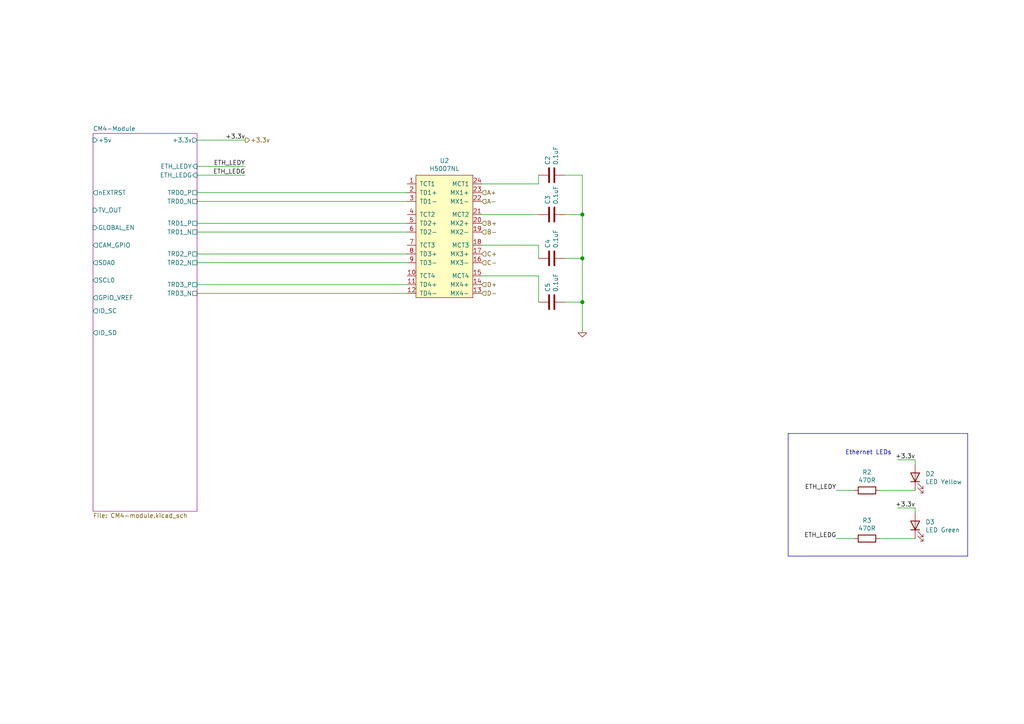
<source format=kicad_sch>
(kicad_sch (version 20201015) (generator eeschema)

  (page 0 11)

  (paper "A4")

  (lib_symbols
    (symbol "CM4CB:H5007NL" (pin_names (offset 1.016)) (in_bom yes) (on_board yes)
      (property "Reference" "U" (id 0) (at -1.27 19.05 0)
        (effects (font (size 1.27 1.27)))
      )
      (property "Value" "H5007NL" (id 1) (at 0 21.59 0)
        (effects (font (size 1.27 1.27)))
      )
      (property "Footprint" "" (id 2) (at 0 21.59 0)
        (effects (font (size 1.27 1.27)) hide)
      )
      (property "Datasheet" "https://datasheetspdf.com/pdf-file/808804/PULSE/H5007NL/1" (id 3) (at 0 21.59 0)
        (effects (font (size 1.27 1.27)) hide)
      )
      (property "ki_keywords" "Transformer Ethernet" (id 4) (at 0 0 0)
        (effects (font (size 1.27 1.27)) hide)
      )
      (symbol "H5007NL_0_1"
        (rectangle (start -7.62 17.78) (end 8.89 -17.78)
          (stroke (width 0)) (fill (type background))
        )
      )
      (symbol "H5007NL_1_1"
        (pin passive line (at -10.16 15.24 0) (length 2.54)
          (name "TCT1" (effects (font (size 1.27 1.27))))
          (number "1" (effects (font (size 1.27 1.27))))
        )
        (pin passive line (at -10.16 -11.43 0) (length 2.54)
          (name "TCT4" (effects (font (size 1.27 1.27))))
          (number "10" (effects (font (size 1.27 1.27))))
        )
        (pin passive line (at -10.16 -13.97 0) (length 2.54)
          (name "TD4+" (effects (font (size 1.27 1.27))))
          (number "11" (effects (font (size 1.27 1.27))))
        )
        (pin passive line (at -10.16 -16.51 0) (length 2.54)
          (name "TD4-" (effects (font (size 1.27 1.27))))
          (number "12" (effects (font (size 1.27 1.27))))
        )
        (pin passive line (at 11.43 -16.51 180) (length 2.54)
          (name "MX4-" (effects (font (size 1.27 1.27))))
          (number "13" (effects (font (size 1.27 1.27))))
        )
        (pin passive line (at 11.43 -13.97 180) (length 2.54)
          (name "MX4+" (effects (font (size 1.27 1.27))))
          (number "14" (effects (font (size 1.27 1.27))))
        )
        (pin passive line (at 11.43 -11.43 180) (length 2.54)
          (name "MCT4" (effects (font (size 1.27 1.27))))
          (number "15" (effects (font (size 1.27 1.27))))
        )
        (pin passive line (at 11.43 -7.62 180) (length 2.54)
          (name "MX3-" (effects (font (size 1.27 1.27))))
          (number "16" (effects (font (size 1.27 1.27))))
        )
        (pin passive line (at 11.43 -5.08 180) (length 2.54)
          (name "MX3+" (effects (font (size 1.27 1.27))))
          (number "17" (effects (font (size 1.27 1.27))))
        )
        (pin passive line (at 11.43 -2.54 180) (length 2.54)
          (name "MCT3" (effects (font (size 1.27 1.27))))
          (number "18" (effects (font (size 1.27 1.27))))
        )
        (pin passive line (at 11.43 1.27 180) (length 2.54)
          (name "MX2-" (effects (font (size 1.27 1.27))))
          (number "19" (effects (font (size 1.27 1.27))))
        )
        (pin passive line (at -10.16 12.7 0) (length 2.54)
          (name "TD1+" (effects (font (size 1.27 1.27))))
          (number "2" (effects (font (size 1.27 1.27))))
        )
        (pin passive line (at 11.43 3.81 180) (length 2.54)
          (name "MX2+" (effects (font (size 1.27 1.27))))
          (number "20" (effects (font (size 1.27 1.27))))
        )
        (pin passive line (at 11.43 6.35 180) (length 2.54)
          (name "MCT2" (effects (font (size 1.27 1.27))))
          (number "21" (effects (font (size 1.27 1.27))))
        )
        (pin passive line (at 11.43 10.16 180) (length 2.54)
          (name "MX1-" (effects (font (size 1.27 1.27))))
          (number "22" (effects (font (size 1.27 1.27))))
        )
        (pin passive line (at 11.43 12.7 180) (length 2.54)
          (name "MX1+" (effects (font (size 1.27 1.27))))
          (number "23" (effects (font (size 1.27 1.27))))
        )
        (pin passive line (at 11.43 15.24 180) (length 2.54)
          (name "MCT1" (effects (font (size 1.27 1.27))))
          (number "24" (effects (font (size 1.27 1.27))))
        )
        (pin passive line (at -10.16 10.16 0) (length 2.54)
          (name "TD1-" (effects (font (size 1.27 1.27))))
          (number "3" (effects (font (size 1.27 1.27))))
        )
        (pin passive line (at -10.16 6.35 0) (length 2.54)
          (name "TCT2" (effects (font (size 1.27 1.27))))
          (number "4" (effects (font (size 1.27 1.27))))
        )
        (pin passive line (at -10.16 3.81 0) (length 2.54)
          (name "TD2+" (effects (font (size 1.27 1.27))))
          (number "5" (effects (font (size 1.27 1.27))))
        )
        (pin passive line (at -10.16 1.27 0) (length 2.54)
          (name "TD2-" (effects (font (size 1.27 1.27))))
          (number "6" (effects (font (size 1.27 1.27))))
        )
        (pin passive line (at -10.16 -2.54 0) (length 2.54)
          (name "TCT3" (effects (font (size 1.27 1.27))))
          (number "7" (effects (font (size 1.27 1.27))))
        )
        (pin passive line (at -10.16 -5.08 0) (length 2.54)
          (name "TD3+" (effects (font (size 1.27 1.27))))
          (number "8" (effects (font (size 1.27 1.27))))
        )
        (pin passive line (at -10.16 -7.62 0) (length 2.54)
          (name "TD3-" (effects (font (size 1.27 1.27))))
          (number "9" (effects (font (size 1.27 1.27))))
        )
      )
    )
    (symbol "Device:C" (pin_numbers hide) (pin_names (offset 0.254)) (in_bom yes) (on_board yes)
      (property "Reference" "C" (id 0) (at 0.635 2.54 0)
        (effects (font (size 1.27 1.27)) (justify left))
      )
      (property "Value" "C" (id 1) (at 0.635 -2.54 0)
        (effects (font (size 1.27 1.27)) (justify left))
      )
      (property "Footprint" "" (id 2) (at 0.9652 -3.81 0)
        (effects (font (size 1.27 1.27)) hide)
      )
      (property "Datasheet" "~" (id 3) (at 0 0 0)
        (effects (font (size 1.27 1.27)) hide)
      )
      (property "ki_keywords" "cap capacitor" (id 4) (at 0 0 0)
        (effects (font (size 1.27 1.27)) hide)
      )
      (property "ki_description" "Unpolarized capacitor" (id 5) (at 0 0 0)
        (effects (font (size 1.27 1.27)) hide)
      )
      (property "ki_fp_filters" "C_*" (id 6) (at 0 0 0)
        (effects (font (size 1.27 1.27)) hide)
      )
      (symbol "C_0_1"
        (polyline
          (pts
            (xy -2.032 -0.762)
            (xy 2.032 -0.762)
          )
          (stroke (width 0.508)) (fill (type none))
        )
        (polyline
          (pts
            (xy -2.032 0.762)
            (xy 2.032 0.762)
          )
          (stroke (width 0.508)) (fill (type none))
        )
      )
      (symbol "C_1_1"
        (pin passive line (at 0 3.81 270) (length 2.794)
          (name "~" (effects (font (size 1.27 1.27))))
          (number "1" (effects (font (size 1.27 1.27))))
        )
        (pin passive line (at 0 -3.81 90) (length 2.794)
          (name "~" (effects (font (size 1.27 1.27))))
          (number "2" (effects (font (size 1.27 1.27))))
        )
      )
    )
    (symbol "Device:LED" (pin_numbers hide) (pin_names hide) (in_bom yes) (on_board yes)
      (property "Reference" "D" (id 0) (at 0 2.54 0)
        (effects (font (size 1.27 1.27)))
      )
      (property "Value" "LED" (id 1) (at 0 -2.54 0)
        (effects (font (size 1.27 1.27)))
      )
      (property "Footprint" "" (id 2) (at 0 0 0)
        (effects (font (size 1.27 1.27)) hide)
      )
      (property "Datasheet" "~" (id 3) (at 0 0 0)
        (effects (font (size 1.27 1.27)) hide)
      )
      (property "ki_keywords" "LED diode" (id 4) (at 0 0 0)
        (effects (font (size 1.27 1.27)) hide)
      )
      (property "ki_description" "Light emitting diode" (id 5) (at 0 0 0)
        (effects (font (size 1.27 1.27)) hide)
      )
      (property "ki_fp_filters" "LED* LED_SMD:* LED_THT:*" (id 6) (at 0 0 0)
        (effects (font (size 1.27 1.27)) hide)
      )
      (symbol "LED_0_1"
        (polyline
          (pts
            (xy -1.27 -1.27)
            (xy -1.27 1.27)
          )
          (stroke (width 0.254)) (fill (type none))
        )
        (polyline
          (pts
            (xy -1.27 0)
            (xy 1.27 0)
          )
          (stroke (width 0)) (fill (type none))
        )
        (polyline
          (pts
            (xy 1.27 -1.27)
            (xy 1.27 1.27)
            (xy -1.27 0)
            (xy 1.27 -1.27)
          )
          (stroke (width 0.254)) (fill (type none))
        )
        (polyline
          (pts
            (xy -3.048 -0.762)
            (xy -4.572 -2.286)
            (xy -3.81 -2.286)
            (xy -4.572 -2.286)
            (xy -4.572 -1.524)
          )
          (stroke (width 0)) (fill (type none))
        )
        (polyline
          (pts
            (xy -1.778 -0.762)
            (xy -3.302 -2.286)
            (xy -2.54 -2.286)
            (xy -3.302 -2.286)
            (xy -3.302 -1.524)
          )
          (stroke (width 0)) (fill (type none))
        )
      )
      (symbol "LED_1_1"
        (pin passive line (at -3.81 0 0) (length 2.54)
          (name "K" (effects (font (size 1.27 1.27))))
          (number "1" (effects (font (size 1.27 1.27))))
        )
        (pin passive line (at 3.81 0 180) (length 2.54)
          (name "A" (effects (font (size 1.27 1.27))))
          (number "2" (effects (font (size 1.27 1.27))))
        )
      )
    )
    (symbol "Device:R" (pin_numbers hide) (pin_names (offset 0)) (in_bom yes) (on_board yes)
      (property "Reference" "R" (id 0) (at 2.032 0 90)
        (effects (font (size 1.27 1.27)))
      )
      (property "Value" "R" (id 1) (at 0 0 90)
        (effects (font (size 1.27 1.27)))
      )
      (property "Footprint" "" (id 2) (at -1.778 0 90)
        (effects (font (size 1.27 1.27)) hide)
      )
      (property "Datasheet" "~" (id 3) (at 0 0 0)
        (effects (font (size 1.27 1.27)) hide)
      )
      (property "ki_keywords" "R res resistor" (id 4) (at 0 0 0)
        (effects (font (size 1.27 1.27)) hide)
      )
      (property "ki_description" "Resistor" (id 5) (at 0 0 0)
        (effects (font (size 1.27 1.27)) hide)
      )
      (property "ki_fp_filters" "R_*" (id 6) (at 0 0 0)
        (effects (font (size 1.27 1.27)) hide)
      )
      (symbol "R_0_1"
        (rectangle (start -1.016 -2.54) (end 1.016 2.54)
          (stroke (width 0.254)) (fill (type none))
        )
      )
      (symbol "R_1_1"
        (pin passive line (at 0 3.81 270) (length 1.27)
          (name "~" (effects (font (size 1.27 1.27))))
          (number "1" (effects (font (size 1.27 1.27))))
        )
        (pin passive line (at 0 -3.81 90) (length 1.27)
          (name "~" (effects (font (size 1.27 1.27))))
          (number "2" (effects (font (size 1.27 1.27))))
        )
      )
    )
    (symbol "power:GND" (power) (pin_names (offset 0)) (in_bom yes) (on_board yes)
      (property "Reference" "#PWR" (id 0) (at 0 0 0)
        (effects (font (size 0.762 0.762)) hide)
      )
      (property "Value" "GND" (id 1) (at 0 -1.778 0)
        (effects (font (size 0.762 0.762)) hide)
      )
      (property "Footprint" "" (id 2) (at 0 0 0)
        (effects (font (size 1.27 1.27)) hide)
      )
      (property "Datasheet" "" (id 3) (at 0 0 0)
        (effects (font (size 1.27 1.27)) hide)
      )
      (symbol "GND_0_1"
        (polyline
          (pts
            (xy -1.27 0)
            (xy 0 -1.27)
            (xy 1.27 0)
            (xy -1.27 0)
          )
          (stroke (width 0)) (fill (type none))
        )
      )
      (symbol "GND_1_1"
        (pin power_in line (at 0 0 90) (length 0) hide
          (name "GND" (effects (font (size 0.762 0.762))))
          (number "1" (effects (font (size 0.762 0.762))))
        )
      )
    )
  )


  (junction (at 168.91 62.23) (diameter 1.016) (color 0 0 0 0))
  (junction (at 168.91 74.93) (diameter 1.016) (color 0 0 0 0))
  (junction (at 168.91 87.63) (diameter 1.016) (color 0 0 0 0))

  (wire (pts (xy 57.15 40.64) (xy 71.12 40.64))
    (stroke (width 0) (type solid) (color 0 0 0 0))
  )
  (wire (pts (xy 57.15 48.26) (xy 71.12 48.26))
    (stroke (width 0) (type solid) (color 0 0 0 0))
  )
  (wire (pts (xy 57.15 50.8) (xy 71.12 50.8))
    (stroke (width 0) (type solid) (color 0 0 0 0))
  )
  (wire (pts (xy 57.15 55.88) (xy 118.11 55.88))
    (stroke (width 0) (type solid) (color 0 0 0 0))
  )
  (wire (pts (xy 57.15 58.42) (xy 118.11 58.42))
    (stroke (width 0) (type solid) (color 0 0 0 0))
  )
  (wire (pts (xy 57.15 64.77) (xy 118.11 64.77))
    (stroke (width 0) (type solid) (color 0 0 0 0))
  )
  (wire (pts (xy 57.15 67.31) (xy 118.11 67.31))
    (stroke (width 0) (type solid) (color 0 0 0 0))
  )
  (wire (pts (xy 57.15 73.66) (xy 118.11 73.66))
    (stroke (width 0) (type solid) (color 0 0 0 0))
  )
  (wire (pts (xy 57.15 76.2) (xy 118.11 76.2))
    (stroke (width 0) (type solid) (color 0 0 0 0))
  )
  (wire (pts (xy 57.15 82.55) (xy 118.11 82.55))
    (stroke (width 0) (type solid) (color 0 0 0 0))
  )
  (wire (pts (xy 57.15 85.09) (xy 118.11 85.09))
    (stroke (width 0) (type solid) (color 0 0 0 0))
  )
  (wire (pts (xy 139.7 53.34) (xy 156.21 53.34))
    (stroke (width 0) (type solid) (color 0 0 0 0))
  )
  (wire (pts (xy 139.7 62.23) (xy 156.21 62.23))
    (stroke (width 0) (type solid) (color 0 0 0 0))
  )
  (wire (pts (xy 139.7 71.12) (xy 156.21 71.12))
    (stroke (width 0) (type solid) (color 0 0 0 0))
  )
  (wire (pts (xy 139.7 80.01) (xy 156.21 80.01))
    (stroke (width 0) (type solid) (color 0 0 0 0))
  )
  (wire (pts (xy 156.21 53.34) (xy 156.21 50.8))
    (stroke (width 0) (type solid) (color 0 0 0 0))
  )
  (wire (pts (xy 156.21 71.12) (xy 156.21 74.93))
    (stroke (width 0) (type solid) (color 0 0 0 0))
  )
  (wire (pts (xy 156.21 80.01) (xy 156.21 87.63))
    (stroke (width 0) (type solid) (color 0 0 0 0))
  )
  (wire (pts (xy 163.83 62.23) (xy 168.91 62.23))
    (stroke (width 0) (type solid) (color 0 0 0 0))
  )
  (wire (pts (xy 163.83 74.93) (xy 168.91 74.93))
    (stroke (width 0) (type solid) (color 0 0 0 0))
  )
  (wire (pts (xy 163.83 87.63) (xy 168.91 87.63))
    (stroke (width 0) (type solid) (color 0 0 0 0))
  )
  (wire (pts (xy 168.91 50.8) (xy 163.83 50.8))
    (stroke (width 0) (type solid) (color 0 0 0 0))
  )
  (wire (pts (xy 168.91 62.23) (xy 168.91 50.8))
    (stroke (width 0) (type solid) (color 0 0 0 0))
  )
  (wire (pts (xy 168.91 62.23) (xy 168.91 74.93))
    (stroke (width 0) (type solid) (color 0 0 0 0))
  )
  (wire (pts (xy 168.91 87.63) (xy 168.91 74.93))
    (stroke (width 0) (type solid) (color 0 0 0 0))
  )
  (wire (pts (xy 168.91 87.63) (xy 168.91 96.52))
    (stroke (width 0) (type solid) (color 0 0 0 0))
  )
  (wire (pts (xy 242.57 142.24) (xy 247.65 142.24))
    (stroke (width 0) (type solid) (color 0 0 0 0))
  )
  (wire (pts (xy 242.57 156.21) (xy 247.65 156.21))
    (stroke (width 0) (type solid) (color 0 0 0 0))
  )
  (wire (pts (xy 255.27 142.24) (xy 265.43 142.24))
    (stroke (width 0) (type solid) (color 0 0 0 0))
  )
  (wire (pts (xy 255.27 156.21) (xy 265.43 156.21))
    (stroke (width 0) (type solid) (color 0 0 0 0))
  )
  (wire (pts (xy 260.35 133.35) (xy 265.43 133.35))
    (stroke (width 0) (type solid) (color 0 0 0 0))
  )
  (wire (pts (xy 260.35 147.32) (xy 265.43 147.32))
    (stroke (width 0) (type solid) (color 0 0 0 0))
  )
  (wire (pts (xy 265.43 134.62) (xy 265.43 133.35))
    (stroke (width 0) (type solid) (color 0 0 0 0))
  )
  (wire (pts (xy 265.43 148.59) (xy 265.43 147.32))
    (stroke (width 0) (type solid) (color 0 0 0 0))
  )
  (polyline (pts (xy 228.6 125.73) (xy 280.67 125.73))
    (stroke (width 0.152) (type solid) (color 0 0 0 0))
  )
  (polyline (pts (xy 228.6 161.29) (xy 228.6 125.73))
    (stroke (width 0.152) (type solid) (color 0 0 0 0))
  )
  (polyline (pts (xy 280.67 125.73) (xy 280.67 161.29))
    (stroke (width 0.152) (type solid) (color 0 0 0 0))
  )
  (polyline (pts (xy 280.67 161.29) (xy 228.6 161.29))
    (stroke (width 0.152) (type solid) (color 0 0 0 0))
  )

  (text "Ethernet LEDs" (at 245.11 132.08 0)
    (effects (font (size 1.27 1.27)) (justify left bottom))
  )

  (label "+3.3v" (at 71.12 40.64 180)
    (effects (font (size 1.27 1.27)) (justify right bottom))
  )
  (label "ETH_LEDY" (at 71.12 48.26 180)
    (effects (font (size 1.27 1.27)) (justify right bottom))
  )
  (label "ETH_LEDG" (at 71.12 50.8 180)
    (effects (font (size 1.27 1.27)) (justify right bottom))
  )
  (label "ETH_LEDY" (at 242.57 142.24 180)
    (effects (font (size 1.27 1.27)) (justify right bottom))
  )
  (label "ETH_LEDG" (at 242.57 156.21 180)
    (effects (font (size 1.27 1.27)) (justify right bottom))
  )
  (label "+3.3v" (at 265.43 133.35 180)
    (effects (font (size 1.27 1.27)) (justify right bottom))
  )
  (label "+3.3v" (at 265.43 147.32 180)
    (effects (font (size 1.27 1.27)) (justify right bottom))
  )

  (hierarchical_label "+3.3v" (shape output) (at 71.12 40.64 0)
    (effects (font (size 1.27 1.27)) (justify left))
  )
  (hierarchical_label "A+" (shape input) (at 139.7 55.88 0)
    (effects (font (size 1.27 1.27)) (justify left))
  )
  (hierarchical_label "A-" (shape input) (at 139.7 58.42 0)
    (effects (font (size 1.27 1.27)) (justify left))
  )
  (hierarchical_label "B+" (shape input) (at 139.7 64.77 0)
    (effects (font (size 1.27 1.27)) (justify left))
  )
  (hierarchical_label "B-" (shape input) (at 139.7 67.31 0)
    (effects (font (size 1.27 1.27)) (justify left))
  )
  (hierarchical_label "C+" (shape input) (at 139.7 73.66 0)
    (effects (font (size 1.27 1.27)) (justify left))
  )
  (hierarchical_label "C-" (shape input) (at 139.7 76.2 0)
    (effects (font (size 1.27 1.27)) (justify left))
  )
  (hierarchical_label "D+" (shape input) (at 139.7 82.55 0)
    (effects (font (size 1.27 1.27)) (justify left))
  )
  (hierarchical_label "D-" (shape input) (at 139.7 85.09 0)
    (effects (font (size 1.27 1.27)) (justify left))
  )

  (symbol (lib_id "power:GND") (at 168.91 96.52 0)
    (in_bom yes) (on_board yes)
    (uuid "170c5d27-8db3-4ba4-aaee-be88311ba8d6")
    (property "Reference" "#PWR01" (id 0) (at 168.91 96.52 0)
      (effects (font (size 0.762 0.762)) hide)
    )
    (property "Value" "GND" (id 1) (at 168.91 98.298 0)
      (effects (font (size 0.762 0.762)) hide)
    )
    (property "Footprint" "" (id 2) (at 168.91 96.52 0)
      (effects (font (size 1.27 1.27)) hide)
    )
    (property "Datasheet" "" (id 3) (at 168.91 96.52 0)
      (effects (font (size 1.27 1.27)) hide)
    )
  )

  (symbol (lib_id "Device:R") (at 251.46 142.24 270)
    (in_bom yes) (on_board yes)
    (uuid "ee14bf11-f3b8-46df-9c74-60e697d22421")
    (property "Reference" "R2" (id 0) (at 251.46 136.9822 90))
    (property "Value" "470R" (id 1) (at 251.46 139.2936 90))
    (property "Footprint" "Resistor_SMD:R_0402_1005Metric" (id 2) (at 251.46 140.462 90)
      (effects (font (size 1.27 1.27)) hide)
    )
    (property "Datasheet" "https://fscdn.rohm.com/en/products/databook/datasheet/passive/resistor/chip_resistor/mcr-e.pdf" (id 3) (at 251.46 142.24 0)
      (effects (font (size 1.27 1.27)) hide)
    )
    (property "Field4" "Farnell" (id 4) (at 251.46 142.24 0)
      (effects (font (size 1.27 1.27)) hide)
    )
    (property "Field5" "9239197" (id 5) (at 251.46 142.24 0)
      (effects (font (size 1.27 1.27)) hide)
    )
    (property "Field7" "KOA EUROPE GMBH" (id 6) (at 251.46 142.24 0)
      (effects (font (size 1.27 1.27)) hide)
    )
    (property "Field6" "RK73G1ETQTP4700D         " (id 7) (at 251.46 142.24 0)
      (effects (font (size 1.27 1.27)) hide)
    )
    (property "Field8" "120887981" (id 8) (at 251.46 142.24 0)
      (effects (font (size 1.27 1.27)) hide)
    )
    (property "Part Description" "Resistor 470R M1005 1% 63mW" (id 9) (at 251.46 142.24 0)
      (effects (font (size 1.27 1.27)) hide)
    )
  )

  (symbol (lib_id "Device:R") (at 251.46 156.21 270)
    (in_bom yes) (on_board yes)
    (uuid "2f4e24d6-d8ed-441e-8e8a-338d487e987a")
    (property "Reference" "R3" (id 0) (at 251.46 150.9522 90))
    (property "Value" "470R" (id 1) (at 251.46 153.2636 90))
    (property "Footprint" "Resistor_SMD:R_0402_1005Metric" (id 2) (at 251.46 154.432 90)
      (effects (font (size 1.27 1.27)) hide)
    )
    (property "Datasheet" "https://fscdn.rohm.com/en/products/databook/datasheet/passive/resistor/chip_resistor/mcr-e.pdf" (id 3) (at 251.46 156.21 0)
      (effects (font (size 1.27 1.27)) hide)
    )
    (property "Field4" "Farnell" (id 4) (at 251.46 156.21 0)
      (effects (font (size 1.27 1.27)) hide)
    )
    (property "Field5" "9239197" (id 5) (at 251.46 156.21 0)
      (effects (font (size 1.27 1.27)) hide)
    )
    (property "Field7" "KOA EUROPE GMBH" (id 6) (at 251.46 156.21 0)
      (effects (font (size 1.27 1.27)) hide)
    )
    (property "Field6" "RK73G1ETQTP4700D         " (id 7) (at 251.46 156.21 0)
      (effects (font (size 1.27 1.27)) hide)
    )
    (property "Field8" "120887981" (id 8) (at 251.46 156.21 0)
      (effects (font (size 1.27 1.27)) hide)
    )
    (property "Part Description" "Resistor 470R M1005 1% 63mW" (id 9) (at 251.46 156.21 0)
      (effects (font (size 1.27 1.27)) hide)
    )
  )

  (symbol (lib_id "Device:LED") (at 265.43 138.43 90)
    (in_bom yes) (on_board yes)
    (uuid "3ba79007-75b9-4fd8-a528-5b3f1b9d9f3f")
    (property "Reference" "D2" (id 0) (at 268.4018 137.4394 90)
      (effects (font (size 1.27 1.27)) (justify right))
    )
    (property "Value" "LED Yellow" (id 1) (at 268.402 139.751 90)
      (effects (font (size 1.27 1.27)) (justify right))
    )
    (property "Footprint" "LED_SMD:LED_0603_1608Metric" (id 2) (at 265.43 138.43 0)
      (effects (font (size 1.27 1.27)) hide)
    )
    (property "Datasheet" "http://optoelectronics.liteon.com/upload/download/DS22-2000-226/LTST-S270KGKT.pdf" (id 3) (at 265.43 138.43 0)
      (effects (font (size 1.27 1.27)) hide)
    )
    (property "Field4" "Digikey " (id 4) (at 265.43 138.43 0)
      (effects (font (size 1.27 1.27)) hide)
    )
    (property "Field5" "LTST-S270KGKT" (id 5) (at 265.43 138.43 0)
      (effects (font (size 1.27 1.27)) hide)
    )
    (property "Field6" "SML-A12M8TT86N" (id 6) (at 265.43 138.43 0)
      (effects (font (size 1.27 1.27)) hide)
    )
    (property "Field7" "Rohm" (id 7) (at 265.43 138.43 0)
      (effects (font (size 1.27 1.27)) hide)
    )
    (property "Field8" "650263301" (id 8) (at 265.43 138.43 0)
      (effects (font (size 1.27 1.27)) hide)
    )
    (property "Part Description" "	Green 572nm LED Indication - Discrete 2.2V 2-SMD, No Lead" (id 9) (at 265.43 138.43 0)
      (effects (font (size 1.27 1.27)) hide)
    )
  )

  (symbol (lib_id "Device:LED") (at 265.43 152.4 90)
    (in_bom yes) (on_board yes)
    (uuid "94ed4d21-d8c4-4d81-80f2-f622359c5e8e")
    (property "Reference" "D3" (id 0) (at 268.4018 151.4094 90)
      (effects (font (size 1.27 1.27)) (justify right))
    )
    (property "Value" "LED Green" (id 1) (at 268.402 153.721 90)
      (effects (font (size 1.27 1.27)) (justify right))
    )
    (property "Footprint" "LED_SMD:LED_0603_1608Metric" (id 2) (at 265.43 152.4 0)
      (effects (font (size 1.27 1.27)) hide)
    )
    (property "Datasheet" "http://optoelectronics.liteon.com/upload/download/DS22-2000-226/LTST-S270KGKT.pdf" (id 3) (at 265.43 152.4 0)
      (effects (font (size 1.27 1.27)) hide)
    )
    (property "Field4" "Digikey " (id 4) (at 265.43 152.4 0)
      (effects (font (size 1.27 1.27)) hide)
    )
    (property "Field5" "LTST-S270KGKT" (id 5) (at 265.43 152.4 0)
      (effects (font (size 1.27 1.27)) hide)
    )
    (property "Field6" "SML-A12M8TT86N" (id 6) (at 265.43 152.4 0)
      (effects (font (size 1.27 1.27)) hide)
    )
    (property "Field7" "Rohm" (id 7) (at 265.43 152.4 0)
      (effects (font (size 1.27 1.27)) hide)
    )
    (property "Field8" "650263301" (id 8) (at 265.43 152.4 0)
      (effects (font (size 1.27 1.27)) hide)
    )
    (property "Part Description" "	Green 572nm LED Indication - Discrete 2.2V 2-SMD, No Lead" (id 9) (at 265.43 152.4 0)
      (effects (font (size 1.27 1.27)) hide)
    )
  )

  (symbol (lib_id "Device:C") (at 160.02 50.8 90)
    (in_bom yes) (on_board yes)
    (uuid "00000000-0000-0000-0000-00005fbe33da")
    (property "Reference" "C2" (id 0) (at 158.8516 47.879 0)
      (effects (font (size 1.27 1.27)) (justify left))
    )
    (property "Value" "0.1uF" (id 1) (at 161.163 47.879 0)
      (effects (font (size 1.27 1.27)) (justify left))
    )
    (property "Footprint" "" (id 2) (at 163.83 49.8348 0)
      (effects (font (size 1.27 1.27)) hide)
    )
    (property "Datasheet" "~" (id 3) (at 160.02 50.8 0)
      (effects (font (size 1.27 1.27)) hide)
    )
  )

  (symbol (lib_id "Device:C") (at 160.02 62.23 90)
    (in_bom yes) (on_board yes)
    (uuid "00000000-0000-0000-0000-00005fbe2f87")
    (property "Reference" "C3" (id 0) (at 158.8516 59.309 0)
      (effects (font (size 1.27 1.27)) (justify left))
    )
    (property "Value" "0.1uF" (id 1) (at 161.163 59.309 0)
      (effects (font (size 1.27 1.27)) (justify left))
    )
    (property "Footprint" "" (id 2) (at 163.83 61.2648 0)
      (effects (font (size 1.27 1.27)) hide)
    )
    (property "Datasheet" "~" (id 3) (at 160.02 62.23 0)
      (effects (font (size 1.27 1.27)) hide)
    )
  )

  (symbol (lib_id "Device:C") (at 160.02 74.93 90)
    (in_bom yes) (on_board yes)
    (uuid "00000000-0000-0000-0000-00005fbe2b37")
    (property "Reference" "C4" (id 0) (at 158.8516 72.009 0)
      (effects (font (size 1.27 1.27)) (justify left))
    )
    (property "Value" "0.1uF" (id 1) (at 161.163 72.009 0)
      (effects (font (size 1.27 1.27)) (justify left))
    )
    (property "Footprint" "" (id 2) (at 163.83 73.9648 0)
      (effects (font (size 1.27 1.27)) hide)
    )
    (property "Datasheet" "~" (id 3) (at 160.02 74.93 0)
      (effects (font (size 1.27 1.27)) hide)
    )
  )

  (symbol (lib_id "Device:C") (at 160.02 87.63 90)
    (in_bom yes) (on_board yes)
    (uuid "00000000-0000-0000-0000-00005fbe16e5")
    (property "Reference" "C5" (id 0) (at 158.8516 84.709 0)
      (effects (font (size 1.27 1.27)) (justify left))
    )
    (property "Value" "0.1uF" (id 1) (at 161.163 84.709 0)
      (effects (font (size 1.27 1.27)) (justify left))
    )
    (property "Footprint" "" (id 2) (at 163.83 86.6648 0)
      (effects (font (size 1.27 1.27)) hide)
    )
    (property "Datasheet" "~" (id 3) (at 160.02 87.63 0)
      (effects (font (size 1.27 1.27)) hide)
    )
  )

  (symbol (lib_id "CM4CB:H5007NL") (at 128.27 68.58 0)
    (in_bom yes) (on_board yes)
    (uuid "00000000-0000-0000-0000-00005fb246a9")
    (property "Reference" "U2" (id 0) (at 128.905 46.609 0))
    (property "Value" "H5007NL" (id 1) (at 128.905 48.9204 0))
    (property "Footprint" "" (id 2) (at 128.27 46.99 0)
      (effects (font (size 1.27 1.27)) hide)
    )
    (property "Datasheet" "https://datasheetspdf.com/pdf-file/808804/PULSE/H5007NL/1" (id 3) (at 128.27 46.99 0)
      (effects (font (size 1.27 1.27)) hide)
    )
  )

  (sheet (at 26.9748 38.7096) (size 30.1752 109.5756)
    (stroke (width 0.001) (type solid) (color 132 0 132 1))
    (fill (color 255 255 255 0.0000))
    (uuid df7379e1-f807-4f77-a60f-8b84df391f0d)
    (property "Schaltplanname" "CM4-Module" (id 0) (at 26.9748 38.0737 0)
      (effects (font (size 1.27 1.27)) (justify left bottom))
    )
    (property "Dateiname Blatt" "CM4-module.kicad_sch" (id 1) (at 26.9748 148.7941 0)
      (effects (font (size 1.27 1.27)) (justify left top))
    )
    (pin "+3.3v" output (at 57.15 40.64 0)
      (effects (font (size 1.27 1.27)) (justify right))
    )
    (pin "ETH_LEDY" input (at 57.15 48.26 0)
      (effects (font (size 1.27 1.27)) (justify right))
    )
    (pin "ETH_LEDG" input (at 57.15 50.8 0)
      (effects (font (size 1.27 1.27)) (justify right))
    )
    (pin "+5v" input (at 26.9748 40.64 180)
      (effects (font (size 1.27 1.27)) (justify left))
    )
    (pin "nEXTRST" output (at 26.9748 55.88 180)
      (effects (font (size 1.27 1.27)) (justify left))
    )
    (pin "TV_OUT" input (at 26.9748 60.96 180)
      (effects (font (size 1.27 1.27)) (justify left))
    )
    (pin "GLOBAL_EN" input (at 26.9748 66.04 180)
      (effects (font (size 1.27 1.27)) (justify left))
    )
    (pin "CAM_GPIO" output (at 26.9748 71.12 180)
      (effects (font (size 1.27 1.27)) (justify left))
    )
    (pin "SDA0" output (at 26.9748 76.2 180)
      (effects (font (size 1.27 1.27)) (justify left))
    )
    (pin "SCL0" output (at 26.9748 81.28 180)
      (effects (font (size 1.27 1.27)) (justify left))
    )
    (pin "GPIO_VREF" output (at 26.9748 86.36 180)
      (effects (font (size 1.27 1.27)) (justify left))
    )
    (pin "ID_SC" output (at 26.9748 90.17 180)
      (effects (font (size 1.27 1.27)) (justify left))
    )
    (pin "ID_SD" output (at 26.9748 96.52 180)
      (effects (font (size 1.27 1.27)) (justify left))
    )
    (pin "TRD1_P" passive (at 57.15 64.77 0)
      (effects (font (size 1.27 1.27)) (justify right))
    )
    (pin "TRD1_N" passive (at 57.15 67.31 0)
      (effects (font (size 1.27 1.27)) (justify right))
    )
    (pin "TRD0_P" passive (at 57.15 55.88 0)
      (effects (font (size 1.27 1.27)) (justify right))
    )
    (pin "TRD0_N" passive (at 57.15 58.42 0)
      (effects (font (size 1.27 1.27)) (justify right))
    )
    (pin "TRD3_P" passive (at 57.15 82.55 0)
      (effects (font (size 1.27 1.27)) (justify right))
    )
    (pin "TRD3_N" passive (at 57.15 85.09 0)
      (effects (font (size 1.27 1.27)) (justify right))
    )
    (pin "TRD2_P" passive (at 57.15 73.66 0)
      (effects (font (size 1.27 1.27)) (justify right))
    )
    (pin "TRD2_N" passive (at 57.15 76.2 0)
      (effects (font (size 1.27 1.27)) (justify right))
    )
  )
)

</source>
